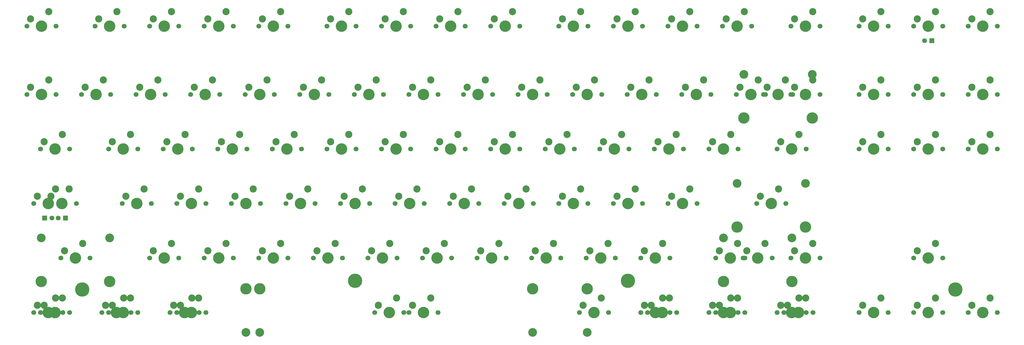
<source format=gbr>
%TF.GenerationSoftware,KiCad,Pcbnew,8.0.1*%
%TF.CreationDate,2025-12-31T00:35:04+09:00*%
%TF.ProjectId,rubrejaneTKL_RP2040_Piano,72756272-656a-4616-9e65-544b4c5f5250,rev?*%
%TF.SameCoordinates,Original*%
%TF.FileFunction,Soldermask,Top*%
%TF.FilePolarity,Negative*%
%FSLAX46Y46*%
G04 Gerber Fmt 4.6, Leading zero omitted, Abs format (unit mm)*
G04 Created by KiCad (PCBNEW 8.0.1) date 2025-12-31 00:35:04*
%MOMM*%
%LPD*%
G01*
G04 APERTURE LIST*
%ADD10C,1.700000*%
%ADD11C,4.000000*%
%ADD12C,2.500000*%
%ADD13C,5.000000*%
%ADD14C,1.690600*%
%ADD15R,1.690600X1.690600*%
%ADD16C,3.048000*%
%ADD17C,3.987800*%
G04 APERTURE END LIST*
D10*
%TO.C,MX22*%
X118745000Y-61912500D03*
D11*
X123825000Y-61912500D03*
D10*
X128905000Y-61912500D03*
D12*
X120015000Y-59372500D03*
X126365000Y-56832500D03*
%TD*%
D10*
%TO.C,MX83*%
X163988750Y-138112500D03*
D11*
X169068750Y-138112500D03*
D10*
X174148750Y-138112500D03*
X175895000Y-138112500D03*
D11*
X180975000Y-138112500D03*
D10*
X186055000Y-138112500D03*
D12*
X165258750Y-135572500D03*
X177165000Y-135572500D03*
X171608750Y-133032500D03*
X183515000Y-133032500D03*
%TD*%
D10*
%TO.C,MX70*%
X142557500Y-119062500D03*
D11*
X147637500Y-119062500D03*
D10*
X152717500Y-119062500D03*
D12*
X143827500Y-116522500D03*
X150177500Y-113982500D03*
%TD*%
D10*
%TO.C,MX8*%
X185420000Y-38100000D03*
D11*
X190500000Y-38100000D03*
D10*
X195580000Y-38100000D03*
D12*
X186690000Y-35560000D03*
X193040000Y-33020000D03*
%TD*%
D13*
%TO.C,REF\u002A\u002A*%
X157162500Y-127062500D03*
%TD*%
D14*
%TO.C,D94*%
X355917500Y-43180000D03*
D15*
X358457500Y-43180000D03*
%TD*%
D10*
%TO.C,MX48*%
X280670000Y-80962500D03*
D11*
X285750000Y-80962500D03*
D10*
X290830000Y-80962500D03*
D12*
X281940000Y-78422500D03*
X288290000Y-75882500D03*
%TD*%
D10*
%TO.C,MX76*%
X256857500Y-119062500D03*
D11*
X261937500Y-119062500D03*
D10*
X267017500Y-119062500D03*
D12*
X258127500Y-116522500D03*
X264477500Y-113982500D03*
%TD*%
D10*
%TO.C,MX82*%
X92551250Y-138112500D03*
X94932500Y-138112500D03*
D11*
X97631250Y-138112500D03*
X100012500Y-138112500D03*
D10*
X102711250Y-138112500D03*
X105092500Y-138112500D03*
D12*
X93821250Y-135572500D03*
X96202500Y-135572500D03*
X100171250Y-133032500D03*
X102552500Y-133032500D03*
%TD*%
D10*
%TO.C,MX13*%
X285432500Y-38100000D03*
D11*
X290512500Y-38100000D03*
D10*
X295592500Y-38100000D03*
D12*
X286702500Y-35560000D03*
X293052500Y-33020000D03*
%TD*%
D10*
%TO.C,MX36*%
X47307500Y-80962500D03*
D11*
X52387500Y-80962500D03*
D10*
X57467500Y-80962500D03*
D12*
X48577500Y-78422500D03*
X54927500Y-75882500D03*
%TD*%
D10*
%TO.C,MX57*%
X133032500Y-100012500D03*
D11*
X138112500Y-100012500D03*
D10*
X143192500Y-100012500D03*
D12*
X134302500Y-97472500D03*
X140652500Y-94932500D03*
%TD*%
D10*
%TO.C,MX86*%
X280670000Y-138112500D03*
X283051250Y-138112500D03*
D11*
X285750000Y-138112500D03*
X288131250Y-138112500D03*
D10*
X290830000Y-138112500D03*
X293211250Y-138112500D03*
D12*
X281940000Y-135572500D03*
X284321250Y-135572500D03*
X288290000Y-133032500D03*
X290671250Y-133032500D03*
%TD*%
D10*
%TO.C,MX74*%
X218757500Y-119062500D03*
D11*
X223837500Y-119062500D03*
D10*
X228917500Y-119062500D03*
D12*
X220027500Y-116522500D03*
X226377500Y-113982500D03*
%TD*%
D10*
%TO.C,MX75*%
X237807500Y-119062500D03*
D11*
X242887500Y-119062500D03*
D10*
X247967500Y-119062500D03*
D12*
X239077500Y-116522500D03*
X245427500Y-113982500D03*
%TD*%
D10*
%TO.C,MX1*%
X42545000Y-38100000D03*
D11*
X47625000Y-38100000D03*
D10*
X52705000Y-38100000D03*
D12*
X43815000Y-35560000D03*
X50165000Y-33020000D03*
%TD*%
D10*
%TO.C,MX64*%
X266382500Y-100012500D03*
D11*
X271462500Y-100012500D03*
D10*
X276542500Y-100012500D03*
D12*
X267652500Y-97472500D03*
X274002500Y-94932500D03*
%TD*%
D10*
%TO.C,MX45*%
X223520000Y-80962500D03*
D11*
X228600000Y-80962500D03*
D10*
X233680000Y-80962500D03*
D12*
X224790000Y-78422500D03*
X231140000Y-75882500D03*
%TD*%
D10*
%TO.C,MX63*%
X247332500Y-100012500D03*
D11*
X252412500Y-100012500D03*
D10*
X257492500Y-100012500D03*
D12*
X248602500Y-97472500D03*
X254952500Y-94932500D03*
%TD*%
D10*
%TO.C,MX19*%
X61595000Y-61912500D03*
D11*
X66675000Y-61912500D03*
D10*
X71755000Y-61912500D03*
D12*
X62865000Y-59372500D03*
X69215000Y-56832500D03*
%TD*%
D10*
%TO.C,MX84*%
X235426250Y-138112500D03*
D11*
X240506250Y-138112500D03*
D10*
X245586250Y-138112500D03*
D12*
X236696250Y-135572500D03*
X243046250Y-133032500D03*
%TD*%
D10*
%TO.C,MX65*%
X297338750Y-100012500D03*
D11*
X302418750Y-100012500D03*
D10*
X307498750Y-100012500D03*
D12*
X298608750Y-97472500D03*
X304958750Y-94932500D03*
%TD*%
D10*
%TO.C,MX53*%
X44926250Y-100012500D03*
X49688750Y-100012500D03*
D11*
X50006250Y-100012500D03*
X54768750Y-100012500D03*
D10*
X55086250Y-100012500D03*
X59848750Y-100012500D03*
D12*
X50958750Y-97472500D03*
X52546250Y-94932500D03*
X46196250Y-97472500D03*
X57308750Y-94932500D03*
%TD*%
D10*
%TO.C,MX26*%
X194945000Y-61912500D03*
D11*
X200025000Y-61912500D03*
D10*
X205105000Y-61912500D03*
D12*
X196215000Y-59372500D03*
X202565000Y-56832500D03*
%TD*%
D10*
%TO.C,MX42*%
X166370000Y-80962500D03*
D11*
X171450000Y-80962500D03*
D10*
X176530000Y-80962500D03*
D12*
X167640000Y-78422500D03*
X173990000Y-75882500D03*
%TD*%
D10*
%TO.C,MX23*%
X137795000Y-61912500D03*
D11*
X142875000Y-61912500D03*
D10*
X147955000Y-61912500D03*
D12*
X139065000Y-59372500D03*
X145415000Y-56832500D03*
%TD*%
D10*
%TO.C,MX61*%
X209232500Y-100012500D03*
D11*
X214312500Y-100012500D03*
D10*
X219392500Y-100012500D03*
D12*
X210502500Y-97472500D03*
X216852500Y-94932500D03*
%TD*%
D10*
%TO.C,MX69*%
X123507500Y-119062500D03*
D11*
X128587500Y-119062500D03*
D10*
X133667500Y-119062500D03*
D12*
X124777500Y-116522500D03*
X131127500Y-113982500D03*
%TD*%
D10*
%TO.C,MX81*%
X68738750Y-138112500D03*
X71120000Y-138112500D03*
D11*
X73818750Y-138112500D03*
X76200000Y-138112500D03*
D10*
X78898750Y-138112500D03*
X81280000Y-138112500D03*
D12*
X70008750Y-135572500D03*
X72390000Y-135572500D03*
X76358750Y-133032500D03*
X78740000Y-133032500D03*
%TD*%
D10*
%TO.C,MX31*%
X290195000Y-61912500D03*
D11*
X295275000Y-61912500D03*
D10*
X300355000Y-61912500D03*
D12*
X291465000Y-59372500D03*
X297815000Y-56832500D03*
%TD*%
D13*
%TO.C,REF\u002A\u002A*%
X252412500Y-127062500D03*
%TD*%
D10*
%TO.C,MX62*%
X228282500Y-100012500D03*
D11*
X233362500Y-100012500D03*
D10*
X238442500Y-100012500D03*
D12*
X229552500Y-97472500D03*
X235902500Y-94932500D03*
%TD*%
D10*
%TO.C,MX55*%
X94932500Y-100012500D03*
D11*
X100012500Y-100012500D03*
D10*
X105092500Y-100012500D03*
D12*
X96202500Y-97472500D03*
X102552500Y-94932500D03*
%TD*%
D10*
%TO.C,MX79*%
X352107500Y-119062500D03*
D11*
X357187500Y-119062500D03*
D10*
X362267500Y-119062500D03*
D12*
X353377500Y-116522500D03*
X359727500Y-113982500D03*
%TD*%
D10*
%TO.C,MX25*%
X175895000Y-61912500D03*
D11*
X180975000Y-61912500D03*
D10*
X186055000Y-61912500D03*
D12*
X177165000Y-59372500D03*
X183515000Y-56832500D03*
%TD*%
D10*
%TO.C,MX52*%
X371157500Y-80962500D03*
D11*
X376237500Y-80962500D03*
D10*
X381317500Y-80962500D03*
D12*
X372427500Y-78422500D03*
X378777500Y-75882500D03*
%TD*%
D10*
%TO.C,MX49*%
X304482500Y-80962500D03*
D11*
X309562500Y-80962500D03*
D10*
X314642500Y-80962500D03*
D12*
X305752500Y-78422500D03*
X312102500Y-75882500D03*
%TD*%
D10*
%TO.C,MX27*%
X213995000Y-61912500D03*
D11*
X219075000Y-61912500D03*
D10*
X224155000Y-61912500D03*
D12*
X215265000Y-59372500D03*
X221615000Y-56832500D03*
%TD*%
D10*
%TO.C,MX18*%
X42545000Y-61912500D03*
D11*
X47625000Y-61912500D03*
D10*
X52705000Y-61912500D03*
D12*
X43815000Y-59372500D03*
X50165000Y-56832500D03*
%TD*%
D10*
%TO.C,MX68*%
X104457500Y-119062500D03*
D11*
X109537500Y-119062500D03*
D10*
X114617500Y-119062500D03*
D12*
X105727500Y-116522500D03*
X112077500Y-113982500D03*
%TD*%
D10*
%TO.C,MX30*%
X271145000Y-61912500D03*
D11*
X276225000Y-61912500D03*
D10*
X281305000Y-61912500D03*
D12*
X272415000Y-59372500D03*
X278765000Y-56832500D03*
%TD*%
D10*
%TO.C,MX88*%
X333057500Y-138112500D03*
D11*
X338137500Y-138112500D03*
D10*
X343217500Y-138112500D03*
D12*
X334327500Y-135572500D03*
X340677500Y-133032500D03*
%TD*%
D10*
%TO.C,MX5*%
X123507500Y-38100000D03*
D11*
X128587500Y-38100000D03*
D10*
X133667500Y-38100000D03*
D12*
X124777500Y-35560000D03*
X131127500Y-33020000D03*
%TD*%
D10*
%TO.C,MX16*%
X352107500Y-38100000D03*
D11*
X357187500Y-38100000D03*
D10*
X362267500Y-38100000D03*
D12*
X353377500Y-35560000D03*
X359727500Y-33020000D03*
%TD*%
D10*
%TO.C,MX87*%
X304482500Y-138112500D03*
X306863750Y-138112500D03*
D11*
X309562500Y-138112500D03*
X311943750Y-138112500D03*
D10*
X314642500Y-138112500D03*
X317023750Y-138112500D03*
D12*
X305752500Y-135572500D03*
X308133750Y-135572500D03*
X312102500Y-133032500D03*
X314483750Y-133032500D03*
%TD*%
D10*
%TO.C,MX56*%
X113982500Y-100012500D03*
D11*
X119062500Y-100012500D03*
D10*
X124142500Y-100012500D03*
D12*
X115252500Y-97472500D03*
X121602500Y-94932500D03*
%TD*%
D10*
%TO.C,MX85*%
X256857500Y-138112500D03*
X259238750Y-138112500D03*
D11*
X261937500Y-138112500D03*
X264318750Y-138112500D03*
D10*
X267017500Y-138112500D03*
X269398750Y-138112500D03*
D12*
X258127500Y-135572500D03*
X260508750Y-135572500D03*
X264477500Y-133032500D03*
X266858750Y-133032500D03*
%TD*%
D16*
%TO.C,REF\u002A\u002A*%
X238125000Y-145097499D03*
D17*
X238125000Y-129887500D03*
D16*
X123825000Y-145097499D03*
D17*
X123825000Y-129887500D03*
%TD*%
D10*
%TO.C,MX54*%
X75882500Y-100012500D03*
D11*
X80962500Y-100012500D03*
D10*
X86042500Y-100012500D03*
D12*
X77152500Y-97472500D03*
X83502500Y-94932500D03*
%TD*%
D10*
%TO.C,MX80*%
X44926250Y-138112500D03*
X47307500Y-138112500D03*
D11*
X50006250Y-138112500D03*
X52387500Y-138112500D03*
D10*
X55086250Y-138112500D03*
X57467500Y-138112500D03*
D12*
X46196250Y-135572500D03*
X48577500Y-135572500D03*
X52546250Y-133032500D03*
X54927500Y-133032500D03*
%TD*%
D10*
%TO.C,MX15*%
X333057500Y-38100000D03*
D11*
X338137500Y-38100000D03*
D10*
X343217500Y-38100000D03*
D12*
X334327500Y-35560000D03*
X340677500Y-33020000D03*
%TD*%
D10*
%TO.C,MX11*%
X247332500Y-38100000D03*
D11*
X252412500Y-38100000D03*
D10*
X257492500Y-38100000D03*
D12*
X248602500Y-35560000D03*
X254952500Y-33020000D03*
%TD*%
D10*
%TO.C,MX2*%
X66357500Y-38100000D03*
D11*
X71437500Y-38100000D03*
D10*
X76517500Y-38100000D03*
D12*
X67627500Y-35560000D03*
X73977500Y-33020000D03*
%TD*%
D10*
%TO.C,MX7*%
X166370000Y-38100000D03*
D11*
X171450000Y-38100000D03*
D10*
X176530000Y-38100000D03*
D12*
X167640000Y-35560000D03*
X173990000Y-33020000D03*
%TD*%
D10*
%TO.C,MX32*%
X299720000Y-61912500D03*
D11*
X304800000Y-61912500D03*
D10*
X309245000Y-61912500D03*
X309880000Y-61912500D03*
D11*
X314325000Y-61912500D03*
D10*
X319405000Y-61912500D03*
D12*
X300990000Y-59372500D03*
X310515000Y-59372500D03*
X307340000Y-56832500D03*
X316865000Y-56832500D03*
%TD*%
D10*
%TO.C,MX78*%
X309245000Y-119062500D03*
D11*
X314325000Y-119062500D03*
D10*
X319405000Y-119062500D03*
D12*
X310515000Y-116522500D03*
X316865000Y-113982500D03*
%TD*%
D10*
%TO.C,MX58*%
X152082500Y-100012500D03*
D11*
X157162500Y-100012500D03*
D10*
X162242500Y-100012500D03*
D12*
X153352500Y-97472500D03*
X159702500Y-94932500D03*
%TD*%
D10*
%TO.C,MX21*%
X99695000Y-61912500D03*
D11*
X104775000Y-61912500D03*
D10*
X109855000Y-61912500D03*
D12*
X100965000Y-59372500D03*
X107315000Y-56832500D03*
%TD*%
D10*
%TO.C,MX17*%
X371157500Y-38100000D03*
D11*
X376237500Y-38100000D03*
D10*
X381317500Y-38100000D03*
D12*
X372427500Y-35560000D03*
X378777500Y-33020000D03*
%TD*%
D10*
%TO.C,MX59*%
X171132500Y-100012500D03*
D11*
X176212500Y-100012500D03*
D10*
X181292500Y-100012500D03*
D12*
X172402500Y-97472500D03*
X178752500Y-94932500D03*
%TD*%
D10*
%TO.C,MX90*%
X371157500Y-138112500D03*
D11*
X376237500Y-138112500D03*
D10*
X381317500Y-138112500D03*
D12*
X372427500Y-135572500D03*
X378777500Y-133032500D03*
%TD*%
D10*
%TO.C,MX47*%
X261620000Y-80962500D03*
D11*
X266700000Y-80962500D03*
D10*
X271780000Y-80962500D03*
D12*
X262890000Y-78422500D03*
X269240000Y-75882500D03*
%TD*%
D10*
%TO.C,MX35*%
X371157500Y-61912500D03*
D11*
X376237500Y-61912500D03*
D10*
X381317500Y-61912500D03*
D12*
X372427500Y-59372500D03*
X378777500Y-56832500D03*
%TD*%
D13*
%TO.C,REF\u002A\u002A*%
X366712500Y-130112500D03*
%TD*%
D10*
%TO.C,MX41*%
X147320000Y-80962500D03*
D11*
X152400000Y-80962500D03*
D10*
X157480000Y-80962500D03*
D12*
X148590000Y-78422500D03*
X154940000Y-75882500D03*
%TD*%
D10*
%TO.C,MX60*%
X190182500Y-100012500D03*
D11*
X195262500Y-100012500D03*
D10*
X200342500Y-100012500D03*
D12*
X191452500Y-97472500D03*
X197802500Y-94932500D03*
%TD*%
D10*
%TO.C,MX20*%
X80645000Y-61912500D03*
D11*
X85725000Y-61912500D03*
D10*
X90805000Y-61912500D03*
D12*
X81915000Y-59372500D03*
X88265000Y-56832500D03*
%TD*%
D10*
%TO.C,MX29*%
X252095000Y-61912500D03*
D11*
X257175000Y-61912500D03*
D10*
X262255000Y-61912500D03*
D12*
X253365000Y-59372500D03*
X259715000Y-56832500D03*
%TD*%
D16*
%TO.C,REF\u002A\u002A*%
X285718250Y-112077500D03*
D17*
X285718250Y-127287500D03*
D16*
X309594250Y-112077500D03*
D17*
X309594250Y-127287500D03*
%TD*%
D10*
%TO.C,MX77*%
X283051250Y-119062500D03*
D11*
X288131250Y-119062500D03*
D10*
X292576250Y-119062500D03*
X293211250Y-119062500D03*
D11*
X297656250Y-119062500D03*
D10*
X302736250Y-119062500D03*
D12*
X284321250Y-116522500D03*
X300196250Y-113982500D03*
X290671250Y-113982500D03*
X293846250Y-116522500D03*
%TD*%
D10*
%TO.C,MX73*%
X199707500Y-119062500D03*
D11*
X204787500Y-119062500D03*
D10*
X209867500Y-119062500D03*
D12*
X200977500Y-116522500D03*
X207327500Y-113982500D03*
%TD*%
D10*
%TO.C,MX34*%
X352107500Y-61912500D03*
D11*
X357187500Y-61912500D03*
D10*
X362267500Y-61912500D03*
D12*
X353377500Y-59372500D03*
X359727500Y-56832500D03*
%TD*%
D16*
%TO.C,REF\u002A\u002A*%
X290480750Y-93027500D03*
D17*
X290480750Y-108237500D03*
D16*
X314356750Y-93027500D03*
D17*
X314356750Y-108237500D03*
%TD*%
D10*
%TO.C,MX33*%
X333057500Y-61912500D03*
D11*
X338137500Y-61912500D03*
D10*
X343217500Y-61912500D03*
D12*
X334327500Y-59372500D03*
X340677500Y-56832500D03*
%TD*%
D10*
%TO.C,MX50*%
X333057500Y-80962500D03*
D11*
X338137500Y-80962500D03*
D10*
X343217500Y-80962500D03*
D12*
X334327500Y-78422500D03*
X340677500Y-75882500D03*
%TD*%
D10*
%TO.C,MX89*%
X352107500Y-138112500D03*
D11*
X357187500Y-138112500D03*
D10*
X362267500Y-138112500D03*
D12*
X353377500Y-135572500D03*
X359727500Y-133032500D03*
%TD*%
D10*
%TO.C,MX4*%
X104457500Y-38100000D03*
D11*
X109537500Y-38100000D03*
D10*
X114617500Y-38100000D03*
D12*
X105727500Y-35560000D03*
X112077500Y-33020000D03*
%TD*%
D13*
%TO.C,REF\u002A\u002A*%
X61912500Y-130112500D03*
%TD*%
D10*
%TO.C,MX24*%
X156845000Y-61912500D03*
D11*
X161925000Y-61912500D03*
D10*
X167005000Y-61912500D03*
D12*
X158115000Y-59372500D03*
X164465000Y-56832500D03*
%TD*%
D10*
%TO.C,MX40*%
X128270000Y-80962500D03*
D11*
X133350000Y-80962500D03*
D10*
X138430000Y-80962500D03*
D12*
X129540000Y-78422500D03*
X135890000Y-75882500D03*
%TD*%
D10*
%TO.C,MX28*%
X233045000Y-61912500D03*
D11*
X238125000Y-61912500D03*
D10*
X243205000Y-61912500D03*
D12*
X234315000Y-59372500D03*
X240665000Y-56832500D03*
%TD*%
D10*
%TO.C,MX3*%
X85407500Y-38100000D03*
D11*
X90487500Y-38100000D03*
D10*
X95567500Y-38100000D03*
D12*
X86677500Y-35560000D03*
X93027500Y-33020000D03*
%TD*%
D16*
%TO.C,REF\u002A\u002A*%
X219068750Y-145097500D03*
D17*
X219068750Y-129887500D03*
D16*
X119068750Y-145097500D03*
D17*
X119068750Y-129887500D03*
%TD*%
D10*
%TO.C,MX67*%
X85407500Y-119062500D03*
D11*
X90487500Y-119062500D03*
D10*
X95567500Y-119062500D03*
D12*
X86677500Y-116522500D03*
X93027500Y-113982500D03*
%TD*%
D16*
%TO.C,REF\u002A\u002A*%
X47593250Y-112077500D03*
D17*
X47593250Y-127287500D03*
D16*
X71469250Y-112077500D03*
D17*
X71469250Y-127287500D03*
%TD*%
D10*
%TO.C,MX44*%
X204470000Y-80962500D03*
D11*
X209550000Y-80962500D03*
D10*
X214630000Y-80962500D03*
D12*
X205740000Y-78422500D03*
X212090000Y-75882500D03*
%TD*%
D14*
%TO.C,D93*%
X51276250Y-105092500D03*
X53498750Y-105092500D03*
D15*
X48736250Y-105092500D03*
X56038750Y-105092500D03*
%TD*%
D10*
%TO.C,MX14*%
X309245000Y-38100000D03*
D11*
X314325000Y-38100000D03*
D10*
X319405000Y-38100000D03*
D12*
X310515000Y-35560000D03*
X316865000Y-33020000D03*
%TD*%
D10*
%TO.C,MX37*%
X71120000Y-80962500D03*
D11*
X76200000Y-80962500D03*
D10*
X81280000Y-80962500D03*
D12*
X72390000Y-78422500D03*
X78740000Y-75882500D03*
%TD*%
D10*
%TO.C,MX66*%
X54451250Y-119062500D03*
D11*
X59531250Y-119062500D03*
D10*
X64611250Y-119062500D03*
D12*
X55721250Y-116522500D03*
X62071250Y-113982500D03*
%TD*%
D10*
%TO.C,MX9*%
X204470000Y-38100000D03*
D11*
X209550000Y-38100000D03*
D10*
X214630000Y-38100000D03*
D12*
X205740000Y-35560000D03*
X212090000Y-33020000D03*
%TD*%
D10*
%TO.C,MX6*%
X147320000Y-38100000D03*
D11*
X152400000Y-38100000D03*
D10*
X157480000Y-38100000D03*
D12*
X148590000Y-35560000D03*
X154940000Y-33020000D03*
%TD*%
D16*
%TO.C,REF\u002A\u002A*%
X292862000Y-54927500D03*
D17*
X292862000Y-70137500D03*
D16*
X316738000Y-54927500D03*
D17*
X316738000Y-70137500D03*
%TD*%
D10*
%TO.C,MX71*%
X161607500Y-119062500D03*
D11*
X166687500Y-119062500D03*
D10*
X171767500Y-119062500D03*
D12*
X162877500Y-116522500D03*
X169227500Y-113982500D03*
%TD*%
D10*
%TO.C,MX46*%
X242570000Y-80962500D03*
D11*
X247650000Y-80962500D03*
D10*
X252730000Y-80962500D03*
D12*
X243840000Y-78422500D03*
X250190000Y-75882500D03*
%TD*%
D10*
%TO.C,MX72*%
X180657500Y-119062500D03*
D11*
X185737500Y-119062500D03*
D10*
X190817500Y-119062500D03*
D12*
X181927500Y-116522500D03*
X188277500Y-113982500D03*
%TD*%
D10*
%TO.C,MX39*%
X109220000Y-80962500D03*
D11*
X114300000Y-80962500D03*
D10*
X119380000Y-80962500D03*
D12*
X110490000Y-78422500D03*
X116840000Y-75882500D03*
%TD*%
D10*
%TO.C,MX12*%
X266382500Y-38100000D03*
D11*
X271462500Y-38100000D03*
D10*
X276542500Y-38100000D03*
D12*
X267652500Y-35560000D03*
X274002500Y-33020000D03*
%TD*%
D10*
%TO.C,MX43*%
X185420000Y-80962500D03*
D11*
X190500000Y-80962500D03*
D10*
X195580000Y-80962500D03*
D12*
X186690000Y-78422500D03*
X193040000Y-75882500D03*
%TD*%
D10*
%TO.C,MX10*%
X228282500Y-38100000D03*
D11*
X233362500Y-38100000D03*
D10*
X238442500Y-38100000D03*
D12*
X229552500Y-35560000D03*
X235902500Y-33020000D03*
%TD*%
D10*
%TO.C,MX51*%
X352107500Y-80962500D03*
D11*
X357187500Y-80962500D03*
D10*
X362267500Y-80962500D03*
D12*
X353377500Y-78422500D03*
X359727500Y-75882500D03*
%TD*%
D10*
%TO.C,MX38*%
X90170000Y-80962500D03*
D11*
X95250000Y-80962500D03*
D10*
X100330000Y-80962500D03*
D12*
X91440000Y-78422500D03*
X97790000Y-75882500D03*
%TD*%
M02*

</source>
